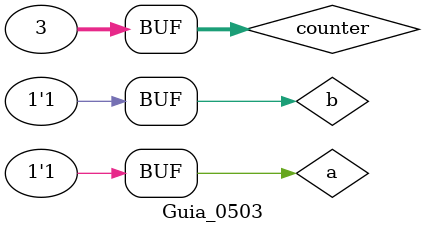
<source format=v>

module QUESTAO(output s2, input a, input b); // (a'+b)' => a' NOR b
	wire n1;
	nor not1(n1, a, a);
	nor expr(s2, n1, b);
endmodule

module Guia_0503;

	integer counter;
	reg a, b;
	wire s;
	QUESTAO nd(.s2(s), .a(a), .b(b));

	initial begin:main;
		a=0; b=0; counter = 0;
		$display("Guia_05 - Questao 3");
		$display("Tabela verdade da expressao (a'+b)'");
		$display("m | a b | s");
		$monitor("%0d | %b %b | %b", counter, a,b,s);
#1 b=1; counter++;
#1 b=0; a=1; counter++;
#1 b=1; counter++;
	end
endmodule

</source>
